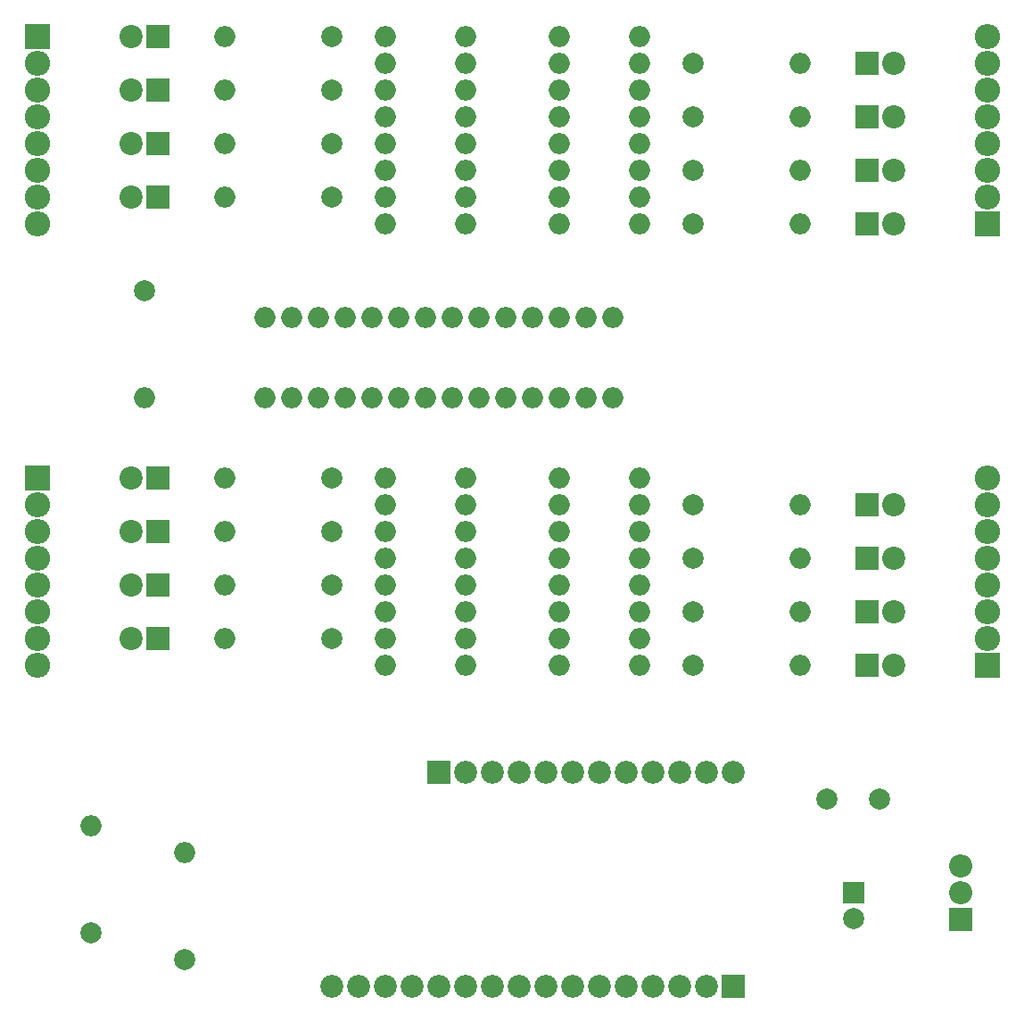
<source format=gts>
G04 #@! TF.FileFunction,Soldermask,Top*
%FSLAX46Y46*%
G04 Gerber Fmt 4.6, Leading zero omitted, Abs format (unit mm)*
G04 Created by KiCad (PCBNEW 4.0.7) date Sunday, October 29, 2017 'PMt' 07:19:28 PM*
%MOMM*%
%LPD*%
G01*
G04 APERTURE LIST*
%ADD10C,0.100000*%
%ADD11C,2.178000*%
%ADD12R,2.178000X2.178000*%
%ADD13O,2.000000X2.000000*%
%ADD14R,2.200000X2.200000*%
%ADD15C,2.200000*%
%ADD16O,2.398980X2.398980*%
%ADD17R,2.398980X2.398980*%
%ADD18C,2.000000*%
%ADD19R,2.000000X2.000000*%
%ADD20O,2.200000X2.200000*%
G04 APERTURE END LIST*
D10*
D11*
X72390000Y-135890000D03*
X74930000Y-135890000D03*
X77470000Y-135890000D03*
X80010000Y-135890000D03*
X82550000Y-135890000D03*
X85090000Y-135890000D03*
X87630000Y-135890000D03*
X90170000Y-135890000D03*
X92710000Y-135890000D03*
X95250000Y-135890000D03*
X97790000Y-135890000D03*
X100330000Y-135890000D03*
X102870000Y-135890000D03*
X105410000Y-135890000D03*
X107950000Y-135890000D03*
D12*
X110490000Y-135890000D03*
D11*
X85090000Y-115570000D03*
D12*
X82550000Y-115570000D03*
D11*
X87630000Y-115570000D03*
X90170000Y-115570000D03*
X92710000Y-115570000D03*
X95250000Y-115570000D03*
X97790000Y-115570000D03*
X100330000Y-115570000D03*
X102870000Y-115570000D03*
X105410000Y-115570000D03*
X107950000Y-115570000D03*
X110490000Y-115570000D03*
D13*
X101600000Y-63500000D03*
X101600000Y-60960000D03*
X101600000Y-58420000D03*
X101600000Y-55880000D03*
X101600000Y-53340000D03*
X101600000Y-50800000D03*
X101600000Y-48260000D03*
X101600000Y-45720000D03*
X93980000Y-45720000D03*
X93980000Y-48260000D03*
X93980000Y-50800000D03*
X93980000Y-53340000D03*
X93980000Y-55880000D03*
X93980000Y-58420000D03*
X93980000Y-60960000D03*
X93980000Y-63500000D03*
D14*
X123190000Y-63500000D03*
D15*
X125730000Y-63500000D03*
D14*
X123190000Y-58420000D03*
D15*
X125730000Y-58420000D03*
D14*
X123190000Y-53340000D03*
D15*
X125730000Y-53340000D03*
D14*
X123190000Y-48260000D03*
D15*
X125730000Y-48260000D03*
D13*
X77470000Y-45720000D03*
X77470000Y-48260000D03*
X77470000Y-50800000D03*
X77470000Y-53340000D03*
X77470000Y-55880000D03*
X77470000Y-58420000D03*
X77470000Y-60960000D03*
X77470000Y-63500000D03*
X85090000Y-63500000D03*
X85090000Y-60960000D03*
X85090000Y-58420000D03*
X85090000Y-55880000D03*
X85090000Y-53340000D03*
X85090000Y-50800000D03*
X85090000Y-48260000D03*
X85090000Y-45720000D03*
X77470000Y-87630000D03*
X77470000Y-90170000D03*
X77470000Y-92710000D03*
X77470000Y-95250000D03*
X77470000Y-97790000D03*
X77470000Y-100330000D03*
X77470000Y-102870000D03*
X77470000Y-105410000D03*
X85090000Y-105410000D03*
X85090000Y-102870000D03*
X85090000Y-100330000D03*
X85090000Y-97790000D03*
X85090000Y-95250000D03*
X85090000Y-92710000D03*
X85090000Y-90170000D03*
X85090000Y-87630000D03*
X101600000Y-105410000D03*
X101600000Y-102870000D03*
X101600000Y-100330000D03*
X101600000Y-97790000D03*
X101600000Y-95250000D03*
X101600000Y-92710000D03*
X101600000Y-90170000D03*
X101600000Y-87630000D03*
X93980000Y-87630000D03*
X93980000Y-90170000D03*
X93980000Y-92710000D03*
X93980000Y-95250000D03*
X93980000Y-97790000D03*
X93980000Y-100330000D03*
X93980000Y-102870000D03*
X93980000Y-105410000D03*
D14*
X55880000Y-45720000D03*
D15*
X53340000Y-45720000D03*
D14*
X55880000Y-50800000D03*
D15*
X53340000Y-50800000D03*
D14*
X55880000Y-55880000D03*
D15*
X53340000Y-55880000D03*
D14*
X55880000Y-60960000D03*
D15*
X53340000Y-60960000D03*
D14*
X55880000Y-87630000D03*
D15*
X53340000Y-87630000D03*
D14*
X55880000Y-92710000D03*
D15*
X53340000Y-92710000D03*
D14*
X55880000Y-97790000D03*
D15*
X53340000Y-97790000D03*
D14*
X55880000Y-102870000D03*
D15*
X53340000Y-102870000D03*
D14*
X123190000Y-105410000D03*
D15*
X125730000Y-105410000D03*
D14*
X123190000Y-100330000D03*
D15*
X125730000Y-100330000D03*
D14*
X123190000Y-95250000D03*
D15*
X125730000Y-95250000D03*
D14*
X123190000Y-90170000D03*
D15*
X125730000Y-90170000D03*
D16*
X134620000Y-55880000D03*
D17*
X134620000Y-63500000D03*
D16*
X134620000Y-60960000D03*
X134620000Y-58420000D03*
X134620000Y-53340000D03*
X134620000Y-50800000D03*
X134620000Y-48260000D03*
X134620000Y-45720000D03*
X44450000Y-53340000D03*
D17*
X44450000Y-45720000D03*
D16*
X44450000Y-48260000D03*
X44450000Y-50800000D03*
X44450000Y-55880000D03*
X44450000Y-58420000D03*
X44450000Y-60960000D03*
X44450000Y-63500000D03*
X44450000Y-95250000D03*
D17*
X44450000Y-87630000D03*
D16*
X44450000Y-90170000D03*
X44450000Y-92710000D03*
X44450000Y-97790000D03*
X44450000Y-100330000D03*
X44450000Y-102870000D03*
X44450000Y-105410000D03*
X134620000Y-97790000D03*
D17*
X134620000Y-105410000D03*
D16*
X134620000Y-102870000D03*
X134620000Y-100330000D03*
X134620000Y-95250000D03*
X134620000Y-92710000D03*
X134620000Y-90170000D03*
X134620000Y-87630000D03*
D13*
X99060000Y-72390000D03*
X96520000Y-72390000D03*
X93980000Y-72390000D03*
X91440000Y-72390000D03*
X88900000Y-72390000D03*
X86360000Y-72390000D03*
X83820000Y-72390000D03*
X81280000Y-72390000D03*
X78740000Y-72390000D03*
X76200000Y-72390000D03*
X73660000Y-72390000D03*
X71120000Y-72390000D03*
X68580000Y-72390000D03*
X66040000Y-72390000D03*
X66040000Y-80010000D03*
X68580000Y-80010000D03*
X71120000Y-80010000D03*
X73660000Y-80010000D03*
X76200000Y-80010000D03*
X78740000Y-80010000D03*
X81280000Y-80010000D03*
X83820000Y-80010000D03*
X86360000Y-80010000D03*
X88900000Y-80010000D03*
X91440000Y-80010000D03*
X93980000Y-80010000D03*
X96520000Y-80010000D03*
X99060000Y-80010000D03*
D18*
X106680000Y-63500000D03*
D13*
X116840000Y-63500000D03*
D18*
X106680000Y-58420000D03*
D13*
X116840000Y-58420000D03*
D18*
X106680000Y-53340000D03*
D13*
X116840000Y-53340000D03*
D18*
X106680000Y-48260000D03*
D13*
X116840000Y-48260000D03*
D18*
X72390000Y-45720000D03*
D13*
X62230000Y-45720000D03*
D18*
X72390000Y-50800000D03*
D13*
X62230000Y-50800000D03*
D18*
X72390000Y-55880000D03*
D13*
X62230000Y-55880000D03*
D18*
X72390000Y-60960000D03*
D13*
X62230000Y-60960000D03*
D18*
X72390000Y-87630000D03*
D13*
X62230000Y-87630000D03*
D18*
X72390000Y-92710000D03*
D13*
X62230000Y-92710000D03*
D18*
X72390000Y-97790000D03*
D13*
X62230000Y-97790000D03*
D18*
X72390000Y-102870000D03*
D13*
X62230000Y-102870000D03*
D18*
X106680000Y-105410000D03*
D13*
X116840000Y-105410000D03*
D18*
X106680000Y-100330000D03*
D13*
X116840000Y-100330000D03*
D18*
X106680000Y-95250000D03*
D13*
X116840000Y-95250000D03*
D18*
X106680000Y-90170000D03*
D13*
X116840000Y-90170000D03*
D18*
X58420000Y-133350000D03*
D13*
X58420000Y-123190000D03*
D18*
X49530000Y-130810000D03*
D13*
X49530000Y-120650000D03*
D18*
X54610000Y-69850000D03*
D13*
X54610000Y-80010000D03*
D18*
X119380000Y-118110000D03*
X124380000Y-118110000D03*
D19*
X121920000Y-127000000D03*
D18*
X121920000Y-129500000D03*
D14*
X132080000Y-129540000D03*
D20*
X132080000Y-127000000D03*
X132080000Y-124460000D03*
M02*

</source>
